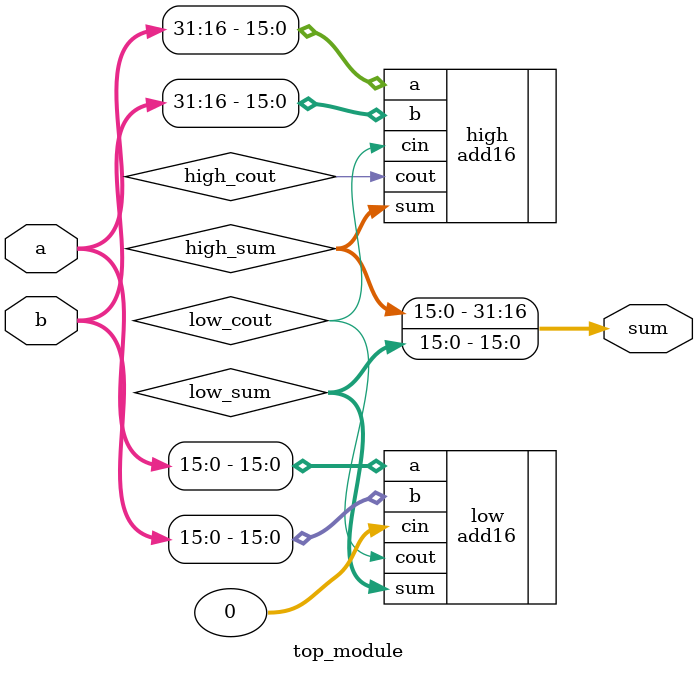
<source format=v>
module top_module(
    input [31:0] a,
    input [31:0] b,
    output [31:0] sum
);
    wire [15:0] low_sum;
    wire low_cout;
    add16 low ( .a(a[15:0]), .b(b[15:0]), .cin(0), .sum(low_sum), .cout(low_cout) );
    
    wire [15:0] high_sum;
    wire high_cout;
    add16 high ( .a(a[31:16]), .b(b[31:16]), .cin(low_cout), .sum(high_sum), .cout(high_cout) );
    
    assign sum = {high_sum, low_sum};
    
   

endmodule

</source>
